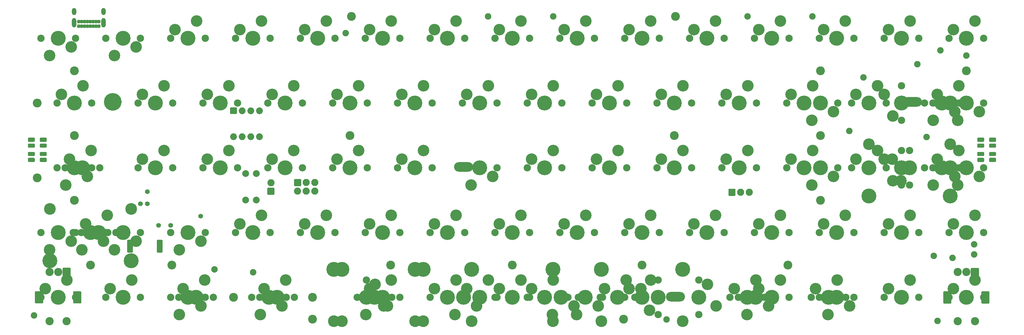
<source format=gts>
G04 #@! TF.GenerationSoftware,KiCad,Pcbnew,(5.1.10-1-10_14)*
G04 #@! TF.CreationDate,2021-05-27T16:13:23+09:00*
G04 #@! TF.ProjectId,Jones,4a6f6e65-732e-46b6-9963-61645f706362,v.0.3.2*
G04 #@! TF.SameCoordinates,Original*
G04 #@! TF.FileFunction,Soldermask,Top*
G04 #@! TF.FilePolarity,Negative*
%FSLAX46Y46*%
G04 Gerber Fmt 4.6, Leading zero omitted, Abs format (unit mm)*
G04 Created by KiCad (PCBNEW (5.1.10-1-10_14)) date 2021-05-27 16:13:23*
%MOMM*%
%LPD*%
G01*
G04 APERTURE LIST*
%ADD10O,5.600000X2.800000*%
%ADD11C,1.400000*%
%ADD12C,5.200000*%
%ADD13C,3.400000*%
%ADD14C,4.387800*%
%ADD15C,2.150000*%
%ADD16C,2.600000*%
%ADD17C,2.400000*%
%ADD18C,1.100000*%
%ADD19O,1.300000X2.800000*%
%ADD20O,1.300000X2.100000*%
%ADD21C,3.448000*%
%ADD22O,2.100000X2.100000*%
%ADD23C,1.900000*%
%ADD24C,2.000000*%
%ADD25O,2.000000X2.000000*%
G04 APERTURE END LIST*
D10*
X150800000Y-69550000D03*
X213100000Y-107750000D03*
X282650000Y-50450000D03*
D11*
X49050000Y-51800000D03*
X46450000Y-51750000D03*
X49050000Y-49100000D03*
X46450000Y-49100000D03*
X47800000Y-52350000D03*
X49700000Y-50450000D03*
X45900000Y-50450000D03*
X47800000Y-48550000D03*
D12*
X47800000Y-50450000D03*
D13*
X91465000Y-83845280D03*
D14*
X88925000Y-88925280D03*
D13*
X85115000Y-86385280D03*
D15*
X83845000Y-88925280D03*
X94005000Y-88925280D03*
D13*
X67335000Y-94005280D03*
D14*
X69875000Y-88925280D03*
D13*
X73685000Y-91465280D03*
D15*
X74955000Y-88925280D03*
X64795000Y-88925280D03*
D13*
X224973790Y-110515400D03*
D14*
X219893790Y-107975400D03*
D13*
X222433790Y-104165400D03*
D15*
X219893790Y-102895400D03*
X219893790Y-113055400D03*
D16*
X41300040Y-98450400D03*
G36*
G01*
X299993580Y-99265550D02*
X301993580Y-99265550D01*
G75*
G02*
X302193580Y-99465550I0J-200000D01*
G01*
X302193580Y-101465550D01*
G75*
G02*
X301993580Y-101665550I-200000J0D01*
G01*
X299993580Y-101665550D01*
G75*
G02*
X299793580Y-101465550I0J200000D01*
G01*
X299793580Y-99465550D01*
G75*
G02*
X299993580Y-99265550I200000J0D01*
G01*
G37*
D17*
X298493580Y-100465550D03*
X295993580Y-100465550D03*
G36*
G01*
X303093580Y-106165550D02*
X305093580Y-106165550D01*
G75*
G02*
X305293580Y-106365550I0J-200000D01*
G01*
X305293580Y-109565550D01*
G75*
G02*
X305093580Y-109765550I-200000J0D01*
G01*
X303093580Y-109765550D01*
G75*
G02*
X302893580Y-109565550I0J200000D01*
G01*
X302893580Y-106365550D01*
G75*
G02*
X303093580Y-106165550I200000J0D01*
G01*
G37*
G36*
G01*
X291893580Y-106165550D02*
X293893580Y-106165550D01*
G75*
G02*
X294093580Y-106365550I0J-200000D01*
G01*
X294093580Y-109565550D01*
G75*
G02*
X293893580Y-109765550I-200000J0D01*
G01*
X291893580Y-109765550D01*
G75*
G02*
X291693580Y-109565550I0J200000D01*
G01*
X291693580Y-106365550D01*
G75*
G02*
X291893580Y-106165550I200000J0D01*
G01*
G37*
X300993580Y-114965550D03*
X295993580Y-114965550D03*
G36*
G01*
X62450040Y-91200400D02*
X62450040Y-94600400D01*
G75*
G02*
X62250040Y-94800400I-200000J0D01*
G01*
X60950040Y-94800400D01*
G75*
G02*
X60750040Y-94600400I0J200000D01*
G01*
X60750040Y-91200400D01*
G75*
G02*
X60950040Y-91000400I200000J0D01*
G01*
X62250040Y-91000400D01*
G75*
G02*
X62450040Y-91200400I0J-200000D01*
G01*
G37*
G36*
G01*
X53750040Y-91200400D02*
X53750040Y-94600400D01*
G75*
G02*
X53550040Y-94800400I-200000J0D01*
G01*
X52250040Y-94800400D01*
G75*
G02*
X52050040Y-94600400I0J200000D01*
G01*
X52050040Y-91200400D01*
G75*
G02*
X52250040Y-91000400I200000J0D01*
G01*
X53550040Y-91000400D01*
G75*
G02*
X53750040Y-91200400I0J-200000D01*
G01*
G37*
G36*
G01*
X33271347Y-99252828D02*
X35271347Y-99252828D01*
G75*
G02*
X35471347Y-99452828I0J-200000D01*
G01*
X35471347Y-101452828D01*
G75*
G02*
X35271347Y-101652828I-200000J0D01*
G01*
X33271347Y-101652828D01*
G75*
G02*
X33071347Y-101452828I0J200000D01*
G01*
X33071347Y-99452828D01*
G75*
G02*
X33271347Y-99252828I200000J0D01*
G01*
G37*
X31771347Y-100452828D03*
X29271347Y-100452828D03*
G36*
G01*
X36371347Y-106152828D02*
X38371347Y-106152828D01*
G75*
G02*
X38571347Y-106352828I0J-200000D01*
G01*
X38571347Y-109552828D01*
G75*
G02*
X38371347Y-109752828I-200000J0D01*
G01*
X36371347Y-109752828D01*
G75*
G02*
X36171347Y-109552828I0J200000D01*
G01*
X36171347Y-106352828D01*
G75*
G02*
X36371347Y-106152828I200000J0D01*
G01*
G37*
G36*
G01*
X25171347Y-106152828D02*
X27171347Y-106152828D01*
G75*
G02*
X27371347Y-106352828I0J-200000D01*
G01*
X27371347Y-109552828D01*
G75*
G02*
X27171347Y-109752828I-200000J0D01*
G01*
X25171347Y-109752828D01*
G75*
G02*
X24971347Y-109552828I0J200000D01*
G01*
X24971347Y-106352828D01*
G75*
G02*
X25171347Y-106152828I200000J0D01*
G01*
G37*
X34271347Y-114952828D03*
X29271347Y-114952828D03*
D18*
X37801552Y-28187233D03*
X38651552Y-28187233D03*
X39501552Y-28187233D03*
X40351552Y-28187233D03*
X41201552Y-28187233D03*
X42051552Y-28187233D03*
X42901552Y-28187233D03*
X43751552Y-28187233D03*
X38651552Y-26837233D03*
X40351552Y-26837233D03*
X39501552Y-26837233D03*
X37801552Y-26837233D03*
X42051552Y-26837233D03*
X42901552Y-26837233D03*
X43751552Y-26837233D03*
X41201552Y-26837233D03*
D19*
X36451552Y-27207233D03*
X45101552Y-27207233D03*
D20*
X36451552Y-23827233D03*
X45101552Y-23827233D03*
D15*
X160680560Y-69875240D03*
X150520560Y-69875240D03*
D14*
X155600560Y-69875240D03*
D16*
X36537540Y-41300400D03*
X255612540Y-60350400D03*
X255612540Y-79400400D03*
X36537540Y-60350400D03*
X25600000Y-72800000D03*
X25600000Y-50825400D03*
X298475040Y-41300400D03*
X255612540Y-41300400D03*
X36537540Y-79400400D03*
D13*
X262914840Y-26695040D03*
D14*
X260374840Y-31775040D03*
D13*
X256564840Y-29235040D03*
D15*
X255294840Y-31775040D03*
X265454840Y-31775040D03*
X74955000Y-31775040D03*
X64795000Y-31775040D03*
D13*
X66065000Y-29235040D03*
D14*
X69875000Y-31775040D03*
D13*
X72415000Y-26695040D03*
X91465000Y-26695040D03*
D14*
X88925000Y-31775040D03*
D13*
X85115000Y-29235040D03*
D15*
X83845000Y-31775040D03*
X94005000Y-31775040D03*
X113055000Y-31775040D03*
X102895000Y-31775040D03*
D13*
X104165000Y-29235040D03*
D14*
X107975000Y-31775040D03*
D13*
X110515000Y-26695040D03*
D15*
X132105000Y-31775040D03*
X121945000Y-31775040D03*
D13*
X123215000Y-29235040D03*
D14*
X127025000Y-31775040D03*
D13*
X129565000Y-26695040D03*
X148615000Y-26695040D03*
D14*
X146075000Y-31775040D03*
D13*
X142265000Y-29235040D03*
D15*
X140995000Y-31775040D03*
X151155000Y-31775040D03*
D13*
X205765600Y-26695080D03*
D14*
X203225600Y-31775080D03*
D13*
X199415600Y-29235080D03*
D15*
X198145600Y-31775080D03*
X208305600Y-31775080D03*
D13*
X224815680Y-26695040D03*
D14*
X222275680Y-31775040D03*
D13*
X218465680Y-29235040D03*
D15*
X217195680Y-31775040D03*
X227355680Y-31775040D03*
D13*
X243865760Y-26695040D03*
D14*
X241325760Y-31775040D03*
D13*
X237515760Y-29235040D03*
D15*
X236245760Y-31775040D03*
X246405760Y-31775040D03*
D13*
X281964840Y-26695040D03*
D14*
X279424840Y-31775040D03*
D13*
X275614840Y-29235040D03*
D15*
X274344840Y-31775040D03*
X284504840Y-31775040D03*
D13*
X48285000Y-36855040D03*
D14*
X50825000Y-31775040D03*
D13*
X54635000Y-34315040D03*
D15*
X55905000Y-31775040D03*
X45745000Y-31775040D03*
X179730880Y-69875240D03*
X169570880Y-69875240D03*
D13*
X170840880Y-67335240D03*
D14*
X174650880Y-69875240D03*
D13*
X177190880Y-64795240D03*
X243865760Y-83845320D03*
D14*
X241325760Y-88925320D03*
D13*
X237515760Y-86385320D03*
D15*
X236245760Y-88925320D03*
X246405760Y-88925320D03*
D13*
X301014840Y-26695040D03*
D14*
X298474840Y-31775040D03*
D13*
X294664840Y-29235040D03*
D15*
X293394840Y-31775040D03*
X303554840Y-31775040D03*
X265455840Y-88925320D03*
X255295840Y-88925320D03*
D13*
X256565840Y-86385320D03*
D14*
X260375840Y-88925320D03*
D13*
X262915840Y-83845320D03*
X177190040Y-45745400D03*
D14*
X174650040Y-50825400D03*
D13*
X170840040Y-48285400D03*
D15*
X169570040Y-50825400D03*
X179730040Y-50825400D03*
D13*
X186715040Y-26695400D03*
D14*
X184175040Y-31775400D03*
D13*
X180365040Y-29235400D03*
D15*
X179095040Y-31775400D03*
X189255040Y-31775400D03*
D13*
X167665040Y-26695400D03*
D14*
X165125040Y-31775400D03*
D13*
X161315040Y-29235400D03*
D15*
X160045040Y-31775400D03*
X170205040Y-31775400D03*
X65430000Y-69875200D03*
X55270000Y-69875200D03*
D13*
X56540000Y-67335200D03*
D14*
X60350000Y-69875200D03*
D13*
X62890000Y-64795200D03*
D15*
X151155000Y-88925280D03*
X140995000Y-88925280D03*
D13*
X142265000Y-86385280D03*
D14*
X146075000Y-88925280D03*
D13*
X148615000Y-83845280D03*
D15*
X113055000Y-88925280D03*
X102895000Y-88925280D03*
D13*
X104165000Y-86385280D03*
D14*
X107975000Y-88925280D03*
D13*
X110515000Y-83845280D03*
D15*
X103530000Y-69875200D03*
X93370000Y-69875200D03*
D13*
X94640000Y-67335200D03*
D14*
X98450000Y-69875200D03*
D13*
X100990000Y-64795200D03*
X281966080Y-102895360D03*
D14*
X279426080Y-107975360D03*
D13*
X275616080Y-105435360D03*
D15*
X274346080Y-107975360D03*
X284506080Y-107975360D03*
D13*
X100990000Y-45745120D03*
D14*
X98450000Y-50825120D03*
D13*
X94640000Y-48285120D03*
D15*
X93370000Y-50825120D03*
X103530000Y-50825120D03*
X26695000Y-31775040D03*
X36855000Y-31775040D03*
D13*
X35585000Y-34315040D03*
D14*
X31775000Y-31775040D03*
D13*
X29235000Y-36855040D03*
X120040000Y-64795200D03*
D14*
X117500000Y-69875200D03*
D13*
X113690000Y-67335200D03*
D15*
X112420000Y-69875200D03*
X122580000Y-69875200D03*
D13*
X301016160Y-83845320D03*
D14*
X298476160Y-88925320D03*
D13*
X294666160Y-86385320D03*
D15*
X293396160Y-88925320D03*
X303556160Y-88925320D03*
X141630000Y-69875200D03*
X131470000Y-69875200D03*
D13*
X132740000Y-67335200D03*
D14*
X136550000Y-69875200D03*
D13*
X139090000Y-64795200D03*
D15*
X150520560Y-69875240D03*
X160680560Y-69875240D03*
D13*
X159410560Y-72415240D03*
D14*
X155600560Y-69875240D03*
D13*
X153060560Y-74955240D03*
D15*
X236880720Y-50825160D03*
X226720720Y-50825160D03*
D13*
X227990720Y-48285160D03*
D14*
X231800720Y-50825160D03*
D13*
X234340720Y-45745160D03*
D15*
X217830640Y-69875200D03*
X207670640Y-69875200D03*
D13*
X208940640Y-67335200D03*
D14*
X212750640Y-69875200D03*
D13*
X215290640Y-64795200D03*
D15*
X236880720Y-69875240D03*
X226720720Y-69875240D03*
D13*
X227990720Y-67335240D03*
D14*
X231800720Y-69875240D03*
D13*
X234340720Y-64795240D03*
D15*
X255930800Y-69875240D03*
X245770800Y-69875240D03*
D13*
X247040800Y-67335240D03*
D14*
X250850800Y-69875240D03*
D13*
X253390800Y-64795240D03*
D15*
X26695040Y-88925400D03*
X36855040Y-88925400D03*
D13*
X35585040Y-91465400D03*
D14*
X31775040Y-88925400D03*
D13*
X29235040Y-94005400D03*
X48285040Y-94005400D03*
D14*
X50825040Y-88925400D03*
D13*
X54635040Y-91465400D03*
D15*
X55905040Y-88925400D03*
X45745040Y-88925400D03*
X227355680Y-88925280D03*
X217195680Y-88925280D03*
D13*
X218465680Y-86385280D03*
D14*
X222275680Y-88925280D03*
D13*
X224815680Y-83845280D03*
D15*
X208305600Y-88925280D03*
X198145600Y-88925280D03*
D13*
X199415600Y-86385280D03*
D14*
X203225600Y-88925280D03*
D13*
X205765600Y-83845280D03*
D15*
X255930800Y-50825160D03*
X245770800Y-50825160D03*
D13*
X247040800Y-48285160D03*
D14*
X250850800Y-50825160D03*
D13*
X253390800Y-45745160D03*
D15*
X274980880Y-50825160D03*
X264820880Y-50825160D03*
D13*
X266090880Y-48285160D03*
D14*
X269900880Y-50825160D03*
D13*
X272440880Y-45745160D03*
X62890000Y-45745120D03*
D14*
X60350000Y-50825120D03*
D13*
X56540000Y-48285120D03*
D15*
X55270000Y-50825120D03*
X65430000Y-50825120D03*
D13*
X120040000Y-45745120D03*
D14*
X117500000Y-50825120D03*
D13*
X113690000Y-48285120D03*
D15*
X112420000Y-50825120D03*
X122580000Y-50825120D03*
D13*
X301016160Y-102895400D03*
D14*
X298476160Y-107975400D03*
D13*
X294666160Y-105435400D03*
D15*
X293396160Y-107975400D03*
X303556160Y-107975400D03*
D13*
X81940000Y-64795200D03*
D14*
X79400000Y-69875200D03*
D13*
X75590000Y-67335200D03*
D15*
X74320000Y-69875200D03*
X84480000Y-69875200D03*
D13*
X139090000Y-45745120D03*
D14*
X136550000Y-50825120D03*
D13*
X132740000Y-48285120D03*
D15*
X131470000Y-50825120D03*
X141630000Y-50825120D03*
X217830640Y-50825160D03*
X207670640Y-50825160D03*
D13*
X208940640Y-48285160D03*
D14*
X212750640Y-50825160D03*
D13*
X215290640Y-45745160D03*
X281966080Y-83845320D03*
D14*
X279426080Y-88925320D03*
D13*
X275616080Y-86385320D03*
D15*
X274346080Y-88925320D03*
X284506080Y-88925320D03*
X132105000Y-88925280D03*
X121945000Y-88925280D03*
D13*
X123215000Y-86385280D03*
D14*
X127025000Y-88925280D03*
D13*
X129565000Y-83845280D03*
X81940000Y-45745120D03*
D14*
X79400000Y-50825120D03*
D13*
X75590000Y-48285120D03*
D15*
X74320000Y-50825120D03*
X84480000Y-50825120D03*
X64795040Y-107975400D03*
X74955040Y-107975400D03*
D13*
X73685040Y-110515400D03*
D14*
X69875040Y-107975400D03*
D13*
X67335040Y-113055400D03*
D15*
X160680560Y-50825120D03*
X150520560Y-50825120D03*
D13*
X151790560Y-48285120D03*
D14*
X155600560Y-50825120D03*
D13*
X158140560Y-45745120D03*
D15*
X298793480Y-50825160D03*
X288633480Y-50825160D03*
D13*
X289903480Y-48285160D03*
D14*
X293713480Y-50825160D03*
D13*
X296253480Y-45745160D03*
X34315040Y-102895400D03*
D14*
X31775040Y-107975400D03*
D13*
X27965040Y-105435400D03*
D15*
X26695040Y-107975400D03*
X36855040Y-107975400D03*
D13*
X98609060Y-102895400D03*
D14*
X96069060Y-107975400D03*
D13*
X92259060Y-105435400D03*
D15*
X90989060Y-107975400D03*
X101149060Y-107975400D03*
D13*
X296253480Y-64795240D03*
D14*
X293713480Y-69875240D03*
D13*
X289903480Y-67335240D03*
D15*
X288633480Y-69875240D03*
X298793480Y-69875240D03*
D13*
X74796290Y-102895400D03*
D14*
X72256290Y-107975400D03*
D13*
X68446290Y-105435400D03*
D15*
X67176290Y-107975400D03*
X77336290Y-107975400D03*
X201161290Y-107975400D03*
X191001290Y-107975400D03*
D13*
X192271290Y-105435400D03*
D14*
X196081290Y-107975400D03*
D13*
X198621290Y-102895400D03*
X46221340Y-83845320D03*
D14*
X43681340Y-88925320D03*
D13*
X39871340Y-86385320D03*
D15*
X38601340Y-88925320D03*
X48761340Y-88925320D03*
D14*
X53238080Y-97180320D03*
X29362080Y-97180320D03*
D21*
X53238080Y-81940320D03*
X29362080Y-81940320D03*
D15*
X36220080Y-88925320D03*
X46380080Y-88925320D03*
D13*
X45110080Y-91465320D03*
D14*
X41300080Y-88925320D03*
D13*
X38760080Y-94005320D03*
X129565440Y-102895400D03*
D14*
X127025440Y-107975400D03*
D13*
X123215440Y-105435400D03*
D15*
X121945440Y-107975400D03*
X132105440Y-107975400D03*
D21*
X138963440Y-114960400D03*
X115087440Y-114960400D03*
D14*
X138963440Y-99720400D03*
X115087440Y-99720400D03*
D15*
X239261290Y-107975400D03*
X229101290Y-107975400D03*
D13*
X230371290Y-105435400D03*
D14*
X234181290Y-107975400D03*
D13*
X236721290Y-102895400D03*
X205765040Y-102895400D03*
D14*
X203225040Y-107975400D03*
D13*
X199415040Y-105435400D03*
D15*
X198145040Y-107975400D03*
X208305040Y-107975400D03*
D21*
X215163040Y-114960400D03*
X191287040Y-114960400D03*
D14*
X215163040Y-99720400D03*
X191287040Y-99720400D03*
D15*
X41617500Y-50825120D03*
X31457500Y-50825120D03*
D13*
X32727500Y-48285120D03*
D14*
X36537500Y-50825120D03*
D13*
X39077500Y-45745120D03*
X122104180Y-113055400D03*
D14*
X124644180Y-107975400D03*
D13*
X128454180Y-110515400D03*
D15*
X129724180Y-107975400D03*
X119564180Y-107975400D03*
D21*
X112706180Y-114960400D03*
X136582180Y-114960400D03*
D14*
X112706180Y-99720400D03*
X136582180Y-99720400D03*
G36*
G01*
X228800000Y-76000040D02*
X230500000Y-76000040D01*
G75*
G02*
X230700000Y-76200040I0J-200000D01*
G01*
X230700000Y-77900040D01*
G75*
G02*
X230500000Y-78100040I-200000J0D01*
G01*
X228800000Y-78100040D01*
G75*
G02*
X228600000Y-77900040I0J200000D01*
G01*
X228600000Y-76200040D01*
G75*
G02*
X228800000Y-76000040I200000J0D01*
G01*
G37*
D22*
X232190000Y-77050040D03*
X234730000Y-77050040D03*
G36*
G01*
X28400000Y-62900040D02*
X28400000Y-63750040D01*
G75*
G02*
X28200000Y-63950040I-200000J0D01*
G01*
X26600000Y-63950040D01*
G75*
G02*
X26400000Y-63750040I0J200000D01*
G01*
X26400000Y-62900040D01*
G75*
G02*
X26600000Y-62700040I200000J0D01*
G01*
X28200000Y-62700040D01*
G75*
G02*
X28400000Y-62900040I0J-200000D01*
G01*
G37*
G36*
G01*
X28400000Y-61150040D02*
X28400000Y-62000040D01*
G75*
G02*
X28200000Y-62200040I-200000J0D01*
G01*
X26600000Y-62200040D01*
G75*
G02*
X26400000Y-62000040I0J200000D01*
G01*
X26400000Y-61150040D01*
G75*
G02*
X26600000Y-60950040I200000J0D01*
G01*
X28200000Y-60950040D01*
G75*
G02*
X28400000Y-61150040I0J-200000D01*
G01*
G37*
G36*
G01*
X24900000Y-62900040D02*
X24900000Y-63750040D01*
G75*
G02*
X24700000Y-63950040I-200000J0D01*
G01*
X23100000Y-63950040D01*
G75*
G02*
X22900000Y-63750040I0J200000D01*
G01*
X22900000Y-62900040D01*
G75*
G02*
X23100000Y-62700040I200000J0D01*
G01*
X24700000Y-62700040D01*
G75*
G02*
X24900000Y-62900040I0J-200000D01*
G01*
G37*
G36*
G01*
X24900000Y-61150040D02*
X24900000Y-62000040D01*
G75*
G02*
X24700000Y-62200040I-200000J0D01*
G01*
X23100000Y-62200040D01*
G75*
G02*
X22900000Y-62000040I0J200000D01*
G01*
X22900000Y-61150040D01*
G75*
G02*
X23100000Y-60950040I200000J0D01*
G01*
X24700000Y-60950040D01*
G75*
G02*
X24900000Y-61150040I0J-200000D01*
G01*
G37*
G36*
G01*
X24900000Y-65350040D02*
X24900000Y-66200040D01*
G75*
G02*
X24700000Y-66400040I-200000J0D01*
G01*
X23100000Y-66400040D01*
G75*
G02*
X22900000Y-66200040I0J200000D01*
G01*
X22900000Y-65350040D01*
G75*
G02*
X23100000Y-65150040I200000J0D01*
G01*
X24700000Y-65150040D01*
G75*
G02*
X24900000Y-65350040I0J-200000D01*
G01*
G37*
G36*
G01*
X24900000Y-67100040D02*
X24900000Y-67950040D01*
G75*
G02*
X24700000Y-68150040I-200000J0D01*
G01*
X23100000Y-68150040D01*
G75*
G02*
X22900000Y-67950040I0J200000D01*
G01*
X22900000Y-67100040D01*
G75*
G02*
X23100000Y-66900040I200000J0D01*
G01*
X24700000Y-66900040D01*
G75*
G02*
X24900000Y-67100040I0J-200000D01*
G01*
G37*
G36*
G01*
X28400000Y-65350040D02*
X28400000Y-66200040D01*
G75*
G02*
X28200000Y-66400040I-200000J0D01*
G01*
X26600000Y-66400040D01*
G75*
G02*
X26400000Y-66200040I0J200000D01*
G01*
X26400000Y-65350040D01*
G75*
G02*
X26600000Y-65150040I200000J0D01*
G01*
X28200000Y-65150040D01*
G75*
G02*
X28400000Y-65350040I0J-200000D01*
G01*
G37*
G36*
G01*
X28400000Y-67100040D02*
X28400000Y-67950040D01*
G75*
G02*
X28200000Y-68150040I-200000J0D01*
G01*
X26600000Y-68150040D01*
G75*
G02*
X26400000Y-67950040I0J200000D01*
G01*
X26400000Y-67100040D01*
G75*
G02*
X26600000Y-66900040I200000J0D01*
G01*
X28200000Y-66900040D01*
G75*
G02*
X28400000Y-67100040I0J-200000D01*
G01*
G37*
G36*
G01*
X307200000Y-62900040D02*
X307200000Y-63750040D01*
G75*
G02*
X307000000Y-63950040I-200000J0D01*
G01*
X305400000Y-63950040D01*
G75*
G02*
X305200000Y-63750040I0J200000D01*
G01*
X305200000Y-62900040D01*
G75*
G02*
X305400000Y-62700040I200000J0D01*
G01*
X307000000Y-62700040D01*
G75*
G02*
X307200000Y-62900040I0J-200000D01*
G01*
G37*
G36*
G01*
X307200000Y-61150040D02*
X307200000Y-62000040D01*
G75*
G02*
X307000000Y-62200040I-200000J0D01*
G01*
X305400000Y-62200040D01*
G75*
G02*
X305200000Y-62000040I0J200000D01*
G01*
X305200000Y-61150040D01*
G75*
G02*
X305400000Y-60950040I200000J0D01*
G01*
X307000000Y-60950040D01*
G75*
G02*
X307200000Y-61150040I0J-200000D01*
G01*
G37*
G36*
G01*
X303700000Y-62900040D02*
X303700000Y-63750040D01*
G75*
G02*
X303500000Y-63950040I-200000J0D01*
G01*
X301900000Y-63950040D01*
G75*
G02*
X301700000Y-63750040I0J200000D01*
G01*
X301700000Y-62900040D01*
G75*
G02*
X301900000Y-62700040I200000J0D01*
G01*
X303500000Y-62700040D01*
G75*
G02*
X303700000Y-62900040I0J-200000D01*
G01*
G37*
G36*
G01*
X303700000Y-61150040D02*
X303700000Y-62000040D01*
G75*
G02*
X303500000Y-62200040I-200000J0D01*
G01*
X301900000Y-62200040D01*
G75*
G02*
X301700000Y-62000040I0J200000D01*
G01*
X301700000Y-61150040D01*
G75*
G02*
X301900000Y-60950040I200000J0D01*
G01*
X303500000Y-60950040D01*
G75*
G02*
X303700000Y-61150040I0J-200000D01*
G01*
G37*
G36*
G01*
X303700000Y-65350040D02*
X303700000Y-66200040D01*
G75*
G02*
X303500000Y-66400040I-200000J0D01*
G01*
X301900000Y-66400040D01*
G75*
G02*
X301700000Y-66200040I0J200000D01*
G01*
X301700000Y-65350040D01*
G75*
G02*
X301900000Y-65150040I200000J0D01*
G01*
X303500000Y-65150040D01*
G75*
G02*
X303700000Y-65350040I0J-200000D01*
G01*
G37*
G36*
G01*
X303700000Y-67100040D02*
X303700000Y-67950040D01*
G75*
G02*
X303500000Y-68150040I-200000J0D01*
G01*
X301900000Y-68150040D01*
G75*
G02*
X301700000Y-67950040I0J200000D01*
G01*
X301700000Y-67100040D01*
G75*
G02*
X301900000Y-66900040I200000J0D01*
G01*
X303500000Y-66900040D01*
G75*
G02*
X303700000Y-67100040I0J-200000D01*
G01*
G37*
G36*
G01*
X307200000Y-65350040D02*
X307200000Y-66200040D01*
G75*
G02*
X307000000Y-66400040I-200000J0D01*
G01*
X305400000Y-66400040D01*
G75*
G02*
X305200000Y-66200040I0J200000D01*
G01*
X305200000Y-65350040D01*
G75*
G02*
X305400000Y-65150040I200000J0D01*
G01*
X307000000Y-65150040D01*
G75*
G02*
X307200000Y-65350040I0J-200000D01*
G01*
G37*
G36*
G01*
X307200000Y-67100040D02*
X307200000Y-67950040D01*
G75*
G02*
X307000000Y-68150040I-200000J0D01*
G01*
X305400000Y-68150040D01*
G75*
G02*
X305200000Y-67950040I0J200000D01*
G01*
X305200000Y-67100040D01*
G75*
G02*
X305400000Y-66900040I200000J0D01*
G01*
X307000000Y-66900040D01*
G75*
G02*
X307200000Y-67100040I0J-200000D01*
G01*
G37*
D13*
X274345040Y-67335400D03*
D14*
X279425040Y-69875400D03*
D13*
X276885040Y-73685400D03*
D15*
X279425040Y-74955400D03*
X279425040Y-64795400D03*
X274980040Y-69875400D03*
X264820040Y-69875400D03*
D13*
X266090040Y-67335400D03*
D14*
X269900040Y-69875400D03*
D13*
X272440040Y-64795400D03*
D15*
X279425040Y-45745400D03*
X279425040Y-55905400D03*
D13*
X276885040Y-54635400D03*
D14*
X279425040Y-50825400D03*
D13*
X274345040Y-48285400D03*
D15*
X293395040Y-50825400D03*
X303555040Y-50825400D03*
D13*
X302285040Y-53365400D03*
D14*
X298475040Y-50825400D03*
D13*
X295935040Y-55905400D03*
D15*
X189255040Y-88925400D03*
X179095040Y-88925400D03*
D13*
X180365040Y-86385400D03*
D14*
X184175040Y-88925400D03*
D13*
X186715040Y-83845400D03*
X288791290Y-55905400D03*
D14*
X291331290Y-50825400D03*
D13*
X295141290Y-53365400D03*
D15*
X296411290Y-50825400D03*
X286251290Y-50825400D03*
X250532540Y-50825400D03*
X260692540Y-50825400D03*
D13*
X259422540Y-53365400D03*
D14*
X255612540Y-50825400D03*
D13*
X253072540Y-55905400D03*
D15*
X170205040Y-88925400D03*
X160045040Y-88925400D03*
D13*
X161315040Y-86385400D03*
D14*
X165125040Y-88925400D03*
D13*
X167665040Y-83845400D03*
D15*
X145757540Y-107975400D03*
X155917540Y-107975400D03*
D13*
X154647540Y-110515400D03*
D14*
X150837540Y-107975400D03*
D13*
X148297540Y-113055400D03*
X158140040Y-102895400D03*
D14*
X155600040Y-107975400D03*
D13*
X151790040Y-105435400D03*
D15*
X150520040Y-107975400D03*
X160680040Y-107975400D03*
X174332540Y-107975400D03*
X184492540Y-107975400D03*
D13*
X183222540Y-110515400D03*
D14*
X179412540Y-107975400D03*
D13*
X176872540Y-113055400D03*
X177190040Y-102895400D03*
D14*
X174650040Y-107975400D03*
D13*
X170840040Y-105435400D03*
D15*
X169570040Y-107975400D03*
X179730040Y-107975400D03*
D13*
X41458820Y-64795240D03*
D14*
X38918820Y-69875240D03*
D13*
X35108820Y-67335240D03*
D15*
X33838820Y-69875240D03*
X43998820Y-69875240D03*
D13*
X33997540Y-74955400D03*
D14*
X36537540Y-69875400D03*
D13*
X40347540Y-72415400D03*
D15*
X41617540Y-69875400D03*
X31457540Y-69875400D03*
X286251290Y-69875400D03*
X296411290Y-69875400D03*
D13*
X295141290Y-72415400D03*
D14*
X291331290Y-69875400D03*
D13*
X288791290Y-74955400D03*
X253072540Y-74955400D03*
D14*
X255612540Y-69875400D03*
D13*
X259422540Y-72415400D03*
D15*
X260692540Y-69875400D03*
X250532540Y-69875400D03*
X55905040Y-107975400D03*
X45745040Y-107975400D03*
D13*
X47015040Y-105435400D03*
D14*
X50825040Y-107975400D03*
D13*
X53365040Y-102895400D03*
D15*
X88607540Y-107975400D03*
X98767540Y-107975400D03*
D13*
X97497540Y-110515400D03*
D14*
X93687540Y-107975400D03*
D13*
X91147540Y-113055400D03*
X257835040Y-113055400D03*
D14*
X260375040Y-107975400D03*
D13*
X264185040Y-110515400D03*
D15*
X265455040Y-107975400D03*
X255295040Y-107975400D03*
D13*
X127342540Y-110515400D03*
D14*
X122262540Y-107975400D03*
D13*
X124802540Y-104165400D03*
D15*
X122262540Y-102895400D03*
X122262540Y-113055400D03*
D13*
X295935040Y-74955400D03*
D14*
X298475040Y-69875400D03*
D13*
X302285040Y-72415400D03*
D15*
X303555040Y-69875400D03*
X293395040Y-69875400D03*
D13*
X234022540Y-113055400D03*
D14*
X236562540Y-107975400D03*
D13*
X240372540Y-110515400D03*
D15*
X241642540Y-107975400D03*
X231482540Y-107975400D03*
D13*
X196240040Y-45745400D03*
D14*
X193700040Y-50825400D03*
D13*
X189890040Y-48285400D03*
D15*
X188620040Y-50825400D03*
X198780040Y-50825400D03*
D13*
X196240040Y-64795400D03*
D14*
X193700040Y-69875400D03*
D13*
X189890040Y-67335400D03*
D15*
X188620040Y-69875400D03*
X198780040Y-69875400D03*
D13*
X202907540Y-105435400D03*
D14*
X207987540Y-107975400D03*
D13*
X205447540Y-111785400D03*
D15*
X207987540Y-113055400D03*
X207987540Y-102895400D03*
D13*
X243865040Y-102895400D03*
D14*
X241325040Y-107975400D03*
D13*
X237515040Y-105435400D03*
D15*
X236245040Y-107975400D03*
X246405040Y-107975400D03*
D13*
X260533790Y-102895400D03*
D14*
X257993790Y-107975400D03*
D13*
X254183790Y-105435400D03*
D15*
X252913790Y-107975400D03*
X263073790Y-107975400D03*
G36*
G01*
X93200040Y-77600400D02*
X93200040Y-75900400D01*
G75*
G02*
X93400040Y-75700400I200000J0D01*
G01*
X95100040Y-75700400D01*
G75*
G02*
X95300040Y-75900400I0J-200000D01*
G01*
X95300040Y-77600400D01*
G75*
G02*
X95100040Y-77800400I-200000J0D01*
G01*
X93400040Y-77800400D01*
G75*
G02*
X93200040Y-77600400I0J200000D01*
G01*
G37*
D22*
X94250040Y-74210400D03*
G36*
G01*
X101250000Y-73150000D02*
X102950000Y-73150000D01*
G75*
G02*
X103150000Y-73350000I0J-200000D01*
G01*
X103150000Y-75050000D01*
G75*
G02*
X102950000Y-75250000I-200000J0D01*
G01*
X101250000Y-75250000D01*
G75*
G02*
X101050000Y-75050000I0J200000D01*
G01*
X101050000Y-73350000D01*
G75*
G02*
X101250000Y-73150000I200000J0D01*
G01*
G37*
X102100000Y-76740000D03*
X104640000Y-74200000D03*
X104640000Y-76740000D03*
X107180000Y-74200000D03*
X107180000Y-76740000D03*
D23*
X116220000Y-30250000D03*
X290000040Y-114850040D03*
X210450040Y-114500400D03*
X234250040Y-25300400D03*
X89050000Y-100550040D03*
X177150040Y-25300400D03*
X158050040Y-25300400D03*
X253250040Y-25300400D03*
X77650000Y-99700040D03*
X24650040Y-113300400D03*
X298450000Y-36850040D03*
X268250000Y-43250040D03*
X264100000Y-59000040D03*
X294450000Y-96350040D03*
X300800000Y-92400040D03*
X290900040Y-35300400D03*
X284100000Y-39400040D03*
X286850000Y-60800040D03*
X288950000Y-95750040D03*
X300800000Y-95300040D03*
D16*
X65112540Y-98450400D03*
X83250000Y-107975400D03*
X106450000Y-107975400D03*
X129406290Y-98450400D03*
X165125040Y-98450400D03*
X203225040Y-98450400D03*
X246087540Y-98450400D03*
X117500040Y-60350400D03*
X212750040Y-60350400D03*
D13*
X148615040Y-102895400D03*
D14*
X146075040Y-107975400D03*
D13*
X142265040Y-105435400D03*
D15*
X140995040Y-107975400D03*
X151155040Y-107975400D03*
X181476290Y-107975400D03*
X191636290Y-107975400D03*
D13*
X190366290Y-110515400D03*
D14*
X186556290Y-107975400D03*
D13*
X184016290Y-113055400D03*
X167665040Y-102895400D03*
D14*
X165125040Y-107975400D03*
D13*
X161315040Y-105435400D03*
D15*
X160045040Y-107975400D03*
X170205040Y-107975400D03*
D21*
X177063040Y-114960400D03*
X153187040Y-114960400D03*
D14*
X177063040Y-99720400D03*
X153187040Y-99720400D03*
D24*
X89950000Y-79300000D03*
X89950000Y-71500000D03*
X86850000Y-71500000D03*
X86850000Y-79300000D03*
D16*
X117900000Y-25300000D03*
X213100000Y-25300000D03*
X106450000Y-114400000D03*
X197800000Y-114400000D03*
D13*
X276726250Y-67335040D03*
D14*
X281806250Y-69875040D03*
D13*
X279266250Y-73685040D03*
D15*
X281806250Y-74955040D03*
X281806250Y-64795040D03*
D21*
X293744250Y-62890040D03*
X269868250Y-62890040D03*
D14*
X293744250Y-78130040D03*
X269868250Y-78130040D03*
D11*
X64850000Y-86750040D03*
X61250000Y-86750040D03*
X73650000Y-84050040D03*
X57950000Y-76850040D03*
X57950000Y-80450040D03*
X55950000Y-80450040D03*
G36*
G01*
X82450000Y-52050040D02*
X84050000Y-52050040D01*
G75*
G02*
X84250000Y-52250040I0J-200000D01*
G01*
X84250000Y-53850040D01*
G75*
G02*
X84050000Y-54050040I-200000J0D01*
G01*
X82450000Y-54050040D01*
G75*
G02*
X82250000Y-53850040I0J200000D01*
G01*
X82250000Y-52250040D01*
G75*
G02*
X82450000Y-52050040I200000J0D01*
G01*
G37*
D25*
X90870000Y-60670040D03*
X85790000Y-53050040D03*
X88330000Y-60670040D03*
X88330000Y-53050040D03*
X85790000Y-60670040D03*
X90870000Y-53050040D03*
X83250000Y-60670040D03*
M02*

</source>
